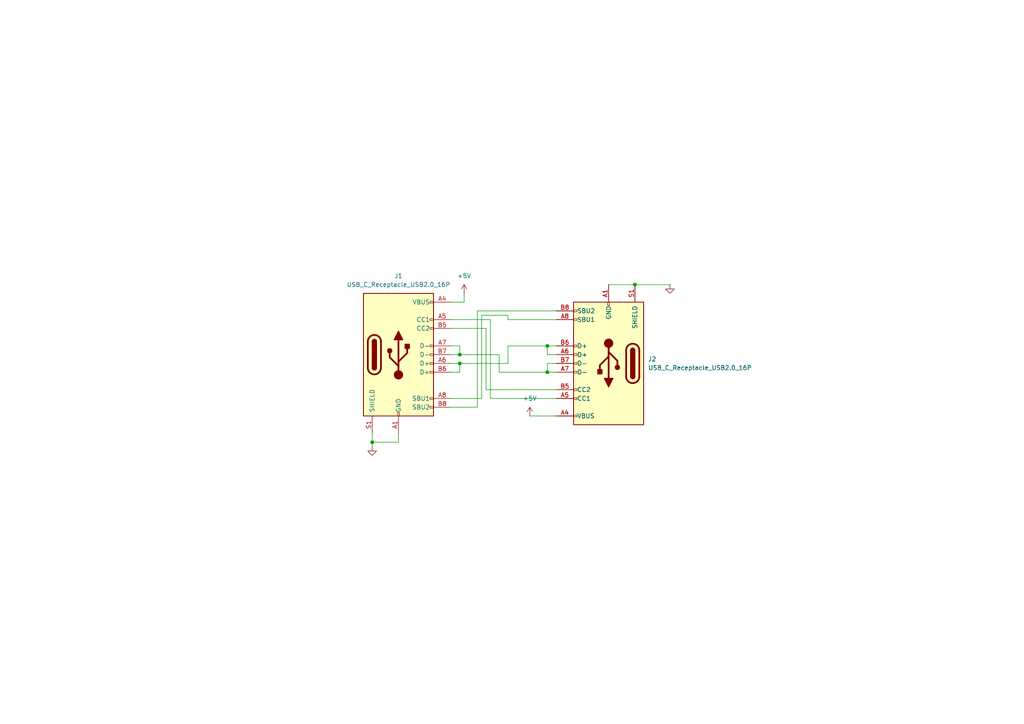
<source format=kicad_sch>
(kicad_sch (version 20250114) (generator "eeschema") (generator_version "9.0")
  (paper "A4")
  (lib_symbols
    (symbol "Connector:USB_C_Receptacle_USB2.0_16P" (pin_names (offset 1.016))
      (property "Reference" "J2" (at -11.43 -1.2701 0))
      (property "Value" "USB_C_Receptacle_USB2.0_16P" (at -11.43 1.2699 0))
      (symbol "USB_C_Receptacle_USB2.0_16P_0_0"
        (rectangle (start -0.254 -17.78) (end 0.254 -16.764))
        (rectangle (start 10.16 15.494) (end 9.144 14.986))
        (rectangle (start 10.16 10.414) (end 9.144 9.906))
        (rectangle (start 10.16 7.874) (end 9.144 7.366))
        (rectangle (start 10.16 2.794) (end 9.144 2.286))
        (rectangle (start 10.16 0.254) (end 9.144 -0.254))
        (rectangle (start 10.16 -2.286) (end 9.144 -2.794))
        (rectangle (start 10.16 -4.826) (end 9.144 -5.334))
        (rectangle (start 10.16 -12.446) (end 9.144 -12.954))
        (rectangle (start 10.16 -14.986) (end 9.144 -15.494))
      )
      (symbol "USB_C_Receptacle_USB2.0_16P_0_1"
        (rectangle (start -10.16 17.78) (end 10.16 -17.78) (stroke (width 0.254)) (fill (type background)))
        (polyline (pts (xy -8.89 -3.81) (xy -8.89 3.81)) (stroke (width 0.508)))
        (rectangle (start -7.62 -3.81) (end -6.35 3.81) (stroke (width 0.254)) (fill (type outline)))
        (arc (start -7.62 3.81) (mid -6.985 4.4423) (end -6.35 3.81) (stroke (width 0.254)))
        (arc (start -7.62 3.81) (mid -6.985 4.4423) (end -6.35 3.81) (stroke (width 0.254)) (fill (type outline)))
        (arc (start -8.89 3.81) (mid -6.985 5.7067) (end -5.08 3.81) (stroke (width 0.508)))
        (arc (start -5.08 -3.81) (mid -6.985 -5.7067) (end -8.89 -3.81) (stroke (width 0.508)))
        (arc (start -6.35 -3.81) (mid -6.985 -4.4423) (end -7.62 -3.81) (stroke (width 0.254)))
        (arc (start -6.35 -3.81) (mid -6.985 -4.4423) (end -7.62 -3.81) (stroke (width 0.254)) (fill (type outline)))
        (polyline (pts (xy -5.08 3.81) (xy -5.08 -3.81)) (stroke (width 0.508)))
        (circle (center -2.54 1.143) (radius 0.635) (stroke (width 0.254)) (fill (type outline)))
        (polyline (pts (xy -1.27 4.318) (xy 0 6.858) (xy 1.27 4.318) (xy -1.27 4.318)) (stroke (width 0.254)) (fill (type outline)))
        (polyline (pts (xy 0 -2.032) (xy 2.54 0.508) (xy 2.54 1.778)) (stroke (width 0.508)))
        (polyline (pts (xy 0 -3.302) (xy -2.54 -0.762) (xy -2.54 0.508)) (stroke (width 0.508)))
        (polyline (pts (xy 0 -5.842) (xy 0 4.318)) (stroke (width 0.508)))
        (circle (center 0 -5.842) (radius 1.27) (fill (type outline)))
        (rectangle (start 1.905 1.778) (end 3.175 3.048) (stroke (width 0.254)) (fill (type outline)))
      )
      (symbol "USB_C_Receptacle_USB2.0_16P_1_1"
        (pin passive line (at -7.62 -22.86 90) (length 5.08) (name "SHIELD") (number "S1"))
        (pin passive line (at 0 -22.86 90) (length 5.08) (name "GND") (number "A1"))
        (pin passive line (at 0 -22.86 90) (length 5.08) (hide yes) (name "GND") (number "A12"))
        (pin passive line (at 0 -22.86 90) (length 5.08) (hide yes) (name "GND") (number "B1"))
        (pin passive line (at 0 -22.86 90) (length 5.08) (hide yes) (name "GND") (number "B12"))
        (pin passive line (at 15.24 15.24 180) (length 5.08) (name "VBUS") (number "A4"))
        (pin passive line (at 15.24 15.24 180) (length 5.08) (hide yes) (name "VBUS") (number "A9"))
        (pin passive line (at 15.24 15.24 180) (length 5.08) (hide yes) (name "VBUS") (number "B4"))
        (pin passive line (at 15.24 15.24 180) (length 5.08) (hide yes) (name "VBUS") (number "B9"))
        (pin bidirectional line (at 15.24 10.16 180) (length 5.08) (name "CC1") (number "A5"))
        (pin bidirectional line (at 15.24 7.62 180) (length 5.08) (name "CC2") (number "B5"))
        (pin bidirectional line (at 15.24 2.54 180) (length 5.08) (name "D-") (number "A7"))
        (pin bidirectional line (at 15.24 0 180) (length 5.08) (name "D-") (number "B7"))
        (pin bidirectional line (at 15.24 -2.54 180) (length 5.08) (name "D+") (number "A6"))
        (pin bidirectional line (at 15.24 -5.08 180) (length 5.08) (name "D+") (number "B6"))
        (pin bidirectional line (at 15.24 -12.7 180) (length 5.08) (name "SBU1") (number "A8"))
        (pin bidirectional line (at 15.24 -15.24 180) (length 5.08) (name "SBU2") (number "B8"))
      )
    )
    (symbol "USB_C_Receptacle_USB2.0_16P_1" (pin_names (offset 1.016))
      (property "Reference" "J1" (at 0 22.86 0))
      (property "Value" "USB_C_Receptacle_USB2.0_16P" (at 0 20.32 0))
      (symbol "USB_C_Receptacle_USB2.0_16P_1_0_0"
        (rectangle (start -0.254 -17.78) (end 0.254 -16.764))
        (rectangle (start 10.16 15.494) (end 9.144 14.986))
        (rectangle (start 10.16 10.414) (end 9.144 9.906))
        (rectangle (start 10.16 7.874) (end 9.144 7.366))
        (rectangle (start 10.16 2.794) (end 9.144 2.286))
        (rectangle (start 10.16 0.254) (end 9.144 -0.254))
        (rectangle (start 10.16 -2.286) (end 9.144 -2.794))
        (rectangle (start 10.16 -4.826) (end 9.144 -5.334))
        (rectangle (start 10.16 -12.446) (end 9.144 -12.954))
        (rectangle (start 10.16 -14.986) (end 9.144 -15.494))
      )
      (symbol "USB_C_Receptacle_USB2.0_16P_1_0_1"
        (rectangle (start -10.16 17.78) (end 10.16 -17.78) (stroke (width 0.254)) (fill (type background)))
        (polyline (pts (xy -8.89 -3.81) (xy -8.89 3.81)) (stroke (width 0.508)))
        (rectangle (start -7.62 -3.81) (end -6.35 3.81) (stroke (width 0.254)) (fill (type outline)))
        (arc (start -7.62 3.81) (mid -6.985 4.4423) (end -6.35 3.81) (stroke (width 0.254)))
        (arc (start -7.62 3.81) (mid -6.985 4.4423) (end -6.35 3.81) (stroke (width 0.254)) (fill (type outline)))
        (arc (start -8.89 3.81) (mid -6.985 5.7067) (end -5.08 3.81) (stroke (width 0.508)))
        (arc (start -5.08 -3.81) (mid -6.985 -5.7067) (end -8.89 -3.81) (stroke (width 0.508)))
        (arc (start -6.35 -3.81) (mid -6.985 -4.4423) (end -7.62 -3.81) (stroke (width 0.254)))
        (arc (start -6.35 -3.81) (mid -6.985 -4.4423) (end -7.62 -3.81) (stroke (width 0.254)) (fill (type outline)))
        (polyline (pts (xy -5.08 3.81) (xy -5.08 -3.81)) (stroke (width 0.508)))
        (circle (center -2.54 1.143) (radius 0.635) (stroke (width 0.254)) (fill (type outline)))
        (polyline (pts (xy -1.27 4.318) (xy 0 6.858) (xy 1.27 4.318) (xy -1.27 4.318)) (stroke (width 0.254)) (fill (type outline)))
        (polyline (pts (xy 0 -2.032) (xy 2.54 0.508) (xy 2.54 1.778)) (stroke (width 0.508)))
        (polyline (pts (xy 0 -3.302) (xy -2.54 -0.762) (xy -2.54 0.508)) (stroke (width 0.508)))
        (polyline (pts (xy 0 -5.842) (xy 0 4.318)) (stroke (width 0.508)))
        (circle (center 0 -5.842) (radius 1.27) (fill (type outline)))
        (rectangle (start 1.905 1.778) (end 3.175 3.048) (stroke (width 0.254)) (fill (type outline)))
      )
      (symbol "USB_C_Receptacle_USB2.0_16P_1_1_1"
        (pin passive line (at -7.62 -22.86 90) (length 5.08) (name "SHIELD") (number "S1"))
        (pin passive line (at 0 -22.86 90) (length 5.08) (name "GND") (number "A1"))
        (pin passive line (at 0 -22.86 90) (length 5.08) (hide yes) (name "GND") (number "A12"))
        (pin passive line (at 0 -22.86 90) (length 5.08) (hide yes) (name "GND") (number "B1"))
        (pin passive line (at 0 -22.86 90) (length 5.08) (hide yes) (name "GND") (number "B12"))
        (pin passive line (at 15.24 15.24 180) (length 5.08) (name "VBUS") (number "A4"))
        (pin passive line (at 15.24 15.24 180) (length 5.08) (hide yes) (name "VBUS") (number "A9"))
        (pin passive line (at 15.24 15.24 180) (length 5.08) (hide yes) (name "VBUS") (number "B4"))
        (pin passive line (at 15.24 15.24 180) (length 5.08) (hide yes) (name "VBUS") (number "B9"))
        (pin bidirectional line (at 15.24 10.16 180) (length 5.08) (name "CC1") (number "A5"))
        (pin bidirectional line (at 15.24 7.62 180) (length 5.08) (name "CC2") (number "B5"))
        (pin bidirectional line (at 15.24 2.54 180) (length 5.08) (name "D-") (number "A7"))
        (pin bidirectional line (at 15.24 0 180) (length 5.08) (name "D-") (number "B7"))
        (pin bidirectional line (at 15.24 -2.54 180) (length 5.08) (name "D+") (number "A6"))
        (pin bidirectional line (at 15.24 -5.08 180) (length 5.08) (name "D+") (number "B6"))
        (pin bidirectional line (at 15.24 -12.7 180) (length 5.08) (name "SBU1") (number "A8"))
        (pin bidirectional line (at 15.24 -15.24 180) (length 5.08) (name "SBU2") (number "B8"))
      )
    )
    (symbol "power:+5V" (power) (pin_numbers (hide yes)) (pin_names (offset 0) (hide yes))
      (property "Value" "+5V" (at 0 3.556 0))
      (symbol "+5V_0_1"
        (polyline (pts (xy -0.762 1.27) (xy 0 2.54)))
        (polyline (pts (xy 0 2.54) (xy 0.762 1.27)))
        (polyline (pts (xy 0 0) (xy 0 2.54)))
      )
      (symbol "+5V_1_1"
        (pin power_in line (at 0 0 90) (length 0) (name "~") (number "1"))
      )
    )
    (symbol "power:GND" (power) (pin_numbers (hide yes)) (pin_names (offset 0) (hide yes))
      (property "Value" "GND" (at 0 -3.81 0))
      (symbol "GND_0_1"
        (polyline (pts (xy 0 0) (xy 0 -1.27) (xy 1.27 -1.27) (xy 0 -2.54) (xy -1.27 -1.27) (xy 0 -1.27)))
      )
      (symbol "GND_1_1"
        (pin power_in line (at 0 0 270) (length 0) (name "~") (number "1"))
      )
    )
  )
  (junction (at 107.95 128.27))
  (junction (at 133.35 102.87))
  (junction (at 158.75 100.33))
  (junction (at 184.15 82.55))
  (junction (at 133.35 105.41))
  (junction (at 158.75 107.95))
  (wire (pts (xy 133.35 105.41) (xy 147.32 105.41)))
  (wire (pts (xy 158.75 105.41) (xy 158.75 107.95)))
  (wire (pts (xy 158.75 107.95) (xy 161.29 107.95)))
  (wire (pts (xy 147.32 91.44) (xy 147.32 92.71)))
  (wire (pts (xy 142.24 92.71) (xy 142.24 115.57)))
  (wire (pts (xy 147.32 105.41) (xy 147.32 100.33)))
  (wire (pts (xy 184.15 82.55) (xy 194.31 82.55)))
  (wire (pts (xy 134.62 85.09) (xy 134.62 87.63)))
  (wire (pts (xy 158.75 102.87) (xy 161.29 102.87)))
  (wire (pts (xy 153.67 120.65) (xy 161.29 120.65)))
  (wire (pts (xy 147.32 92.71) (xy 161.29 92.71)))
  (wire (pts (xy 115.57 128.27) (xy 107.95 128.27)))
  (wire (pts (xy 130.81 100.33) (xy 133.35 100.33)))
  (wire (pts (xy 140.97 95.25) (xy 130.81 95.25)))
  (wire (pts (xy 144.78 102.87) (xy 144.78 107.95)))
  (wire (pts (xy 130.81 102.87) (xy 133.35 102.87)))
  (wire (pts (xy 130.81 87.63) (xy 134.62 87.63)))
  (wire (pts (xy 133.35 102.87) (xy 144.78 102.87)))
  (wire (pts (xy 130.81 118.11) (xy 138.43 118.11)))
  (wire (pts (xy 138.43 118.11) (xy 138.43 90.17)))
  (wire (pts (xy 176.53 82.55) (xy 184.15 82.55)))
  (wire (pts (xy 133.35 107.95) (xy 130.81 107.95)))
  (wire (pts (xy 158.75 100.33) (xy 158.75 102.87)))
  (wire (pts (xy 139.7 115.57) (xy 139.7 91.44)))
  (wire (pts (xy 133.35 100.33) (xy 133.35 102.87)))
  (wire (pts (xy 161.29 113.03) (xy 140.97 113.03)))
  (wire (pts (xy 139.7 91.44) (xy 147.32 91.44)))
  (wire (pts (xy 130.81 92.71) (xy 142.24 92.71)))
  (wire (pts (xy 147.32 100.33) (xy 158.75 100.33)))
  (wire (pts (xy 107.95 128.27) (xy 107.95 129.54)))
  (wire (pts (xy 130.81 105.41) (xy 133.35 105.41)))
  (wire (pts (xy 133.35 105.41) (xy 133.35 107.95)))
  (wire (pts (xy 140.97 113.03) (xy 140.97 95.25)))
  (wire (pts (xy 144.78 107.95) (xy 158.75 107.95)))
  (wire (pts (xy 107.95 125.73) (xy 107.95 128.27)))
  (wire (pts (xy 142.24 115.57) (xy 161.29 115.57)))
  (wire (pts (xy 115.57 125.73) (xy 115.57 128.27)))
  (wire (pts (xy 130.81 115.57) (xy 139.7 115.57)))
  (wire (pts (xy 161.29 100.33) (xy 158.75 100.33)))
  (wire (pts (xy 161.29 105.41) (xy 158.75 105.41)))
  (wire (pts (xy 138.43 90.17) (xy 161.29 90.17)))
  (symbol (lib_id "power:GND") (at 107.95 129.54 0) (unit 1)
    (property "Reference" "#PWR07" (effects (hide yes)))
    (property "Value" "GND" (effects (hide yes)))
    (property "Description" "Power symbol creates a global label with name \"GND\" , ground" (effects (hide yes)))
  )
  (symbol (lib_id "power:+5V") (at 153.67 120.65 0) (unit 1)
    (property "Reference" "#PWR06" (effects (hide yes)))
    (property "Value" "+5V" (at 153.67 115.57 0))
    (property "Description" "Power symbol creates a global label with name \"+5V\"" (effects (hide yes)))
  )
  (symbol (lib_id "Connector:USB_C_Receptacle_USB2.0_16P") (at 176.53 105.41 180) (unit 1)
    (property "Reference" "J2" (at 187.96 104.1399 0) (effects (justify right)))
    (property "Value" "USB_C_Receptacle_USB2.0_16P" (at 187.96 106.6799 0) (effects (justify right)))
    (property "Datasheet" "https://www.usb.org/sites/default/files/documents/usb_type-c.zip" (effects (hide yes)))
    (property "Description" "USB 2.0-only 16P Type-C Receptacle connector" (effects (hide yes)))
  )
  (symbol (lib_name "USB_C_Receptacle_USB2.0_16P_1") (lib_id "Connector:USB_C_Receptacle_USB2.0_16P") (at 115.57 102.87 0) (unit 1)
    (property "Reference" "J1" (at 115.57 80.01 0))
    (property "Value" "USB_C_Receptacle_USB2.0_16P" (at 115.57 82.55 0))
    (property "Datasheet" "https://www.usb.org/sites/default/files/documents/usb_type-c.zip" (effects (hide yes)))
    (property "Description" "USB 2.0-only 16P Type-C Receptacle connector" (effects (hide yes)))
  )
  (symbol (lib_id "power:GND") (at 194.31 82.55 0) (unit 1)
    (property "Reference" "#PWR08" (effects (hide yes)))
    (property "Value" "GND" (effects (hide yes)))
    (property "Description" "Power symbol creates a global label with name \"GND\" , ground" (effects (hide yes)))
  )
  (symbol (lib_id "power:+5V") (at 134.62 85.09 0) (unit 1)
    (property "Reference" "#PWR05" (effects (hide yes)))
    (property "Value" "+5V" (at 134.62 80.01 0))
    (property "Description" "Power symbol creates a global label with name \"+5V\"" (effects (hide yes)))
  )
)
</source>
